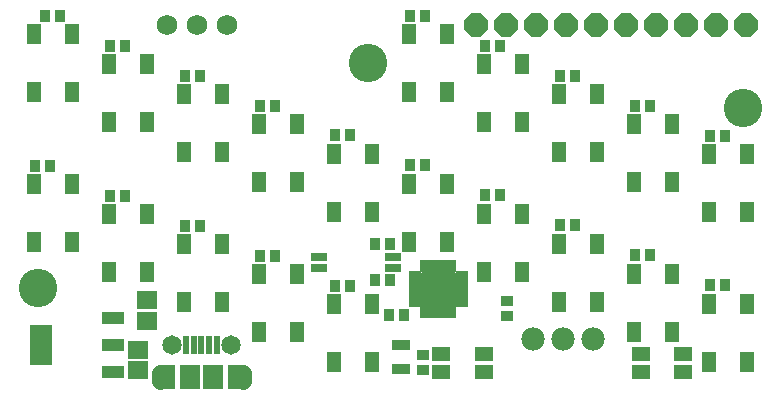
<source format=gbr>
G04 EAGLE Gerber RS-274X export*
G75*
%MOMM*%
%FSLAX34Y34*%
%LPD*%
%INSoldermask Bottom*%
%IPPOS*%
%AMOC8*
5,1,8,0,0,1.08239X$1,22.5*%
G01*
%ADD10C,3.251200*%
%ADD11R,1.703200X1.503200*%
%ADD12R,0.609600X1.549400*%
%ADD13C,1.651000*%
%ADD14R,1.701800X2.108200*%
%ADD15C,1.397000*%
%ADD16R,1.403706X2.108200*%
%ADD17R,1.103200X0.903200*%
%ADD18R,1.016000X0.508000*%
%ADD19R,0.508000X1.016000*%
%ADD20R,2.794000X2.794000*%
%ADD21C,0.152400*%
%ADD22R,1.964400X1.054000*%
%ADD23R,1.964400X3.354000*%
%ADD24R,0.903200X1.103200*%
%ADD25R,1.203200X1.703200*%
%ADD26R,1.403200X0.803200*%
%ADD27R,1.603200X1.253200*%
%ADD28C,1.981200*%
%ADD29P,2.144431X8X112.500000*%
%ADD30R,0.533400X0.965200*%
%ADD31C,1.727200*%


D10*
X317500Y279400D03*
X38100Y88900D03*
X635000Y241300D03*
D11*
X123190Y19440D03*
X123190Y36440D03*
D12*
X189546Y40278D03*
X183046Y40278D03*
X176546Y40278D03*
X170046Y40278D03*
X163546Y40278D03*
D13*
X201422Y40386D03*
X151638Y40386D03*
D14*
X186546Y13278D03*
X166546Y13278D03*
D15*
X141546Y9722D02*
X141546Y16834D01*
X211546Y16834D02*
X211546Y9722D01*
D16*
X205546Y13278D03*
X147555Y13278D03*
D17*
X363982Y18900D03*
X363982Y31900D03*
D18*
X357505Y74930D03*
X357505Y80010D03*
X357505Y85090D03*
X357505Y90170D03*
X357505Y95250D03*
X357505Y100330D03*
D19*
X364490Y107315D03*
X369570Y107315D03*
X374650Y107315D03*
X379730Y107315D03*
X384810Y107315D03*
X389890Y107315D03*
D18*
X396875Y100330D03*
X396875Y95250D03*
X396875Y90170D03*
X396875Y85090D03*
X396875Y80010D03*
X396875Y74930D03*
D19*
X389890Y67945D03*
X384810Y67945D03*
X379730Y67945D03*
X374650Y67945D03*
X369570Y67945D03*
X364490Y67945D03*
D20*
X377190Y87630D03*
D21*
X363220Y73660D02*
X363220Y101600D01*
X391160Y101600D01*
X391160Y73660D01*
X363220Y73660D01*
D22*
X101370Y63640D03*
X101370Y40640D03*
X101370Y17640D03*
D23*
X40870Y40640D03*
D11*
X130556Y61096D03*
X130556Y78096D03*
D24*
X348130Y66040D03*
X335130Y66040D03*
X336700Y95250D03*
X323700Y95250D03*
X336700Y125730D03*
X323700Y125730D03*
D25*
X288800Y75300D03*
X320800Y75300D03*
X320800Y26300D03*
X288800Y26300D03*
X225300Y100700D03*
X257300Y100700D03*
X257300Y51700D03*
X225300Y51700D03*
X161800Y126100D03*
X193800Y126100D03*
X193800Y77100D03*
X161800Y77100D03*
X98300Y151500D03*
X130300Y151500D03*
X130300Y102500D03*
X98300Y102500D03*
X34800Y176900D03*
X66800Y176900D03*
X66800Y127900D03*
X34800Y127900D03*
X34800Y303900D03*
X66800Y303900D03*
X66800Y254900D03*
X34800Y254900D03*
X98300Y278500D03*
X130300Y278500D03*
X130300Y229500D03*
X98300Y229500D03*
X161800Y253100D03*
X193800Y253100D03*
X193800Y204100D03*
X161800Y204100D03*
X225300Y227700D03*
X257300Y227700D03*
X257300Y178700D03*
X225300Y178700D03*
X288800Y202300D03*
X320800Y202300D03*
X320800Y153300D03*
X288800Y153300D03*
X352300Y176900D03*
X384300Y176900D03*
X384300Y127900D03*
X352300Y127900D03*
X415800Y151500D03*
X447800Y151500D03*
X447800Y102500D03*
X415800Y102500D03*
X479300Y126100D03*
X511300Y126100D03*
X511300Y77100D03*
X479300Y77100D03*
X542800Y100700D03*
X574800Y100700D03*
X574800Y51700D03*
X542800Y51700D03*
X606300Y75300D03*
X638300Y75300D03*
X638300Y26300D03*
X606300Y26300D03*
X606300Y202300D03*
X638300Y202300D03*
X638300Y153300D03*
X606300Y153300D03*
X542800Y227700D03*
X574800Y227700D03*
X574800Y178700D03*
X542800Y178700D03*
X479300Y253100D03*
X511300Y253100D03*
X511300Y204100D03*
X479300Y204100D03*
X415800Y278500D03*
X447800Y278500D03*
X447800Y229500D03*
X415800Y229500D03*
X352300Y303900D03*
X384300Y303900D03*
X384300Y254900D03*
X352300Y254900D03*
D26*
X338840Y114990D03*
X338840Y105990D03*
X275840Y114990D03*
X275840Y105990D03*
D27*
X415510Y32650D03*
X415510Y17900D03*
X379510Y17900D03*
X379510Y32900D03*
X584420Y32650D03*
X584420Y17900D03*
X548420Y17900D03*
X548420Y32900D03*
D28*
X508000Y45160D03*
X482600Y45160D03*
X457200Y45160D03*
D17*
X435610Y64620D03*
X435610Y77620D03*
D24*
X289410Y90170D03*
X302410Y90170D03*
X225910Y115570D03*
X238910Y115570D03*
X162410Y140970D03*
X175410Y140970D03*
X98910Y166370D03*
X111910Y166370D03*
X35410Y191770D03*
X48410Y191770D03*
X57300Y318770D03*
X44300Y318770D03*
X98910Y293370D03*
X111910Y293370D03*
X162410Y267970D03*
X175410Y267970D03*
X225910Y242570D03*
X238910Y242570D03*
X289410Y218440D03*
X302410Y218440D03*
X352910Y193040D03*
X365910Y193040D03*
X416410Y167640D03*
X429410Y167640D03*
X479910Y142240D03*
X492910Y142240D03*
X543410Y116840D03*
X556410Y116840D03*
X606910Y91440D03*
X619910Y91440D03*
X606910Y217170D03*
X619910Y217170D03*
X543410Y242570D03*
X556410Y242570D03*
X479910Y267970D03*
X492910Y267970D03*
X416410Y293370D03*
X429410Y293370D03*
X352910Y318770D03*
X365910Y318770D03*
D29*
X408940Y311150D03*
X434340Y311150D03*
X459740Y311150D03*
X485140Y311150D03*
X510540Y311150D03*
X535940Y311150D03*
X561340Y311150D03*
X586740Y311150D03*
X612140Y311150D03*
X637540Y311150D03*
D30*
X350694Y20193D03*
X345694Y20193D03*
X340694Y20193D03*
X340694Y40767D03*
X345694Y40767D03*
X350694Y40767D03*
D31*
X198120Y311150D03*
X172720Y311150D03*
X147320Y311150D03*
M02*

</source>
